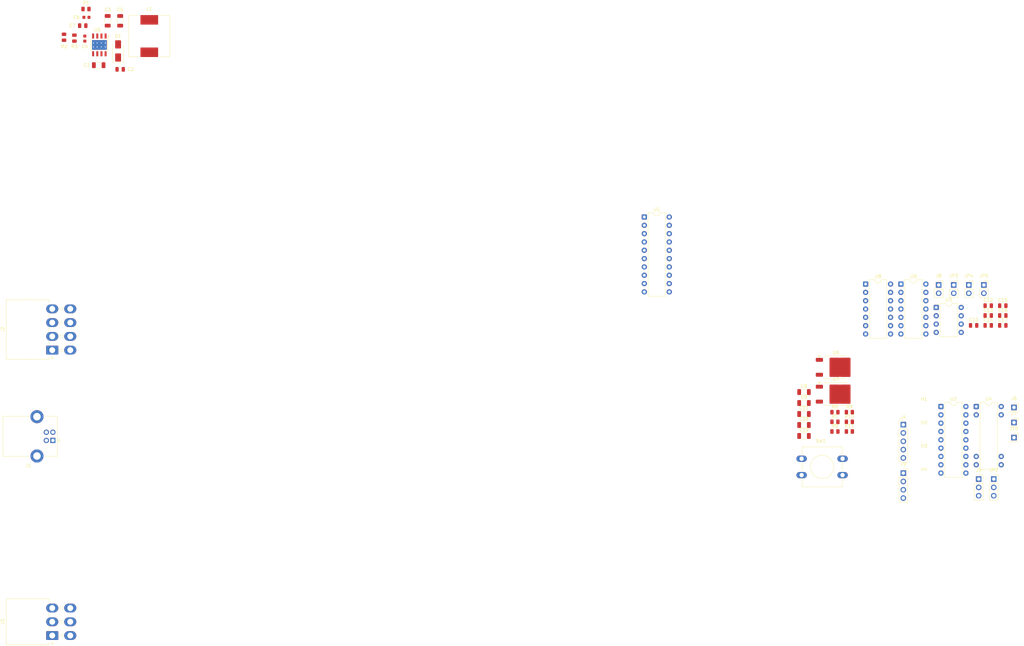
<source format=kicad_pcb>
(kicad_pcb (version 20241229) (generator "pcbnew") (generator_version "9.0")
  (title_block (title "CAN Gauge Interface") (date "2025-09-27") (rev "0.1") (company "Sam Anthony"))
  (layers (0 "F.Cu" signal) (4 "In1.Cu" signal) (6 "In2.Cu" signal) (2 "B.Cu" power) (13 "F.Paste" user) (15 "B.Paste" user) (5 "F.SilkS" user "F.Silkscreen") (7 "B.SilkS" user "B.Silkscreen") (1 "F.Mask" user) (3 "B.Mask" user) (25 "Edge.Cuts" user))
  (net 0 "")
  (net 1 "GND")
  (net 2 "+12V")
  (net 3 "Net-(U5-BOOT)")
  (net 4 "+7V")
  (net 5 "Net-(C7-Pad2)")
  (net 6 "+5V")
  (net 7 "Net-(U1-Vusb3v3)")
  (net 8 "/~{MCLR}")
  (net 9 "+5VA")
  (net 10 "/USB_D+")
  (net 11 "/USB_D-")
  (net 12 "VBUS")
  (net 15 "/CAN_L")
  (net 16 "/Speed")
  (net 17 "/Tach")
  (net 18 "/CAN_H")
  (net 19 "/AN4")
  (net 20 "/AN2")
  (net 21 "/AN3")
  (net 22 "/AN1")
  (net 23 "/ICSP_CLK")
  (net 24 "/ICSP_DAT")
  (net 25 "/SCK")
  (net 26 "/MOSI")
  (net 27 "/MISO")
  (net 28 "/CAN_~{CS}")
  (net 29 "/ROM_~{CS}")
  (net 30 "/DAC2_~{CS}")
  (net 31 "/DAC1_~{CS}")
  (net 32 "/INT{slash}ICSP_CLK")
  (net 33 "/INT")
  (net 34 "Net-(JP5-B)")
  (net 37 "/CLK")
  (net 40 "/CAN_RX")
  (net 41 "/CAN_TX")
  (net 54 "/PH")
  (net 55 "/sense")
  (footprint "Connector_PinSocket_2.54mm:PinSocket_1x01_P2.54mm_Vertical" (layer "F.Cu") (at 356.7 187.2)
    (property "Reference" "J7" (at 0 -2.77 0) (layer "F.SilkS"))
    (property "Value" "ROM ~{CS}")
    (pad "1" thru_hole rect (at 0 0) (size 1.7 1.7) (drill 1) (layers "*.Cu" "*.Mask") (net 29 "/ROM_~{CS}"))
  )
  (footprint "Capacitor_SMD:C_1206_3216Metric" (layer "F.Cu") (at 292.59 181.25)
    (property "Reference" "C9" (at 0 -1.85 0) (layer "F.SilkS"))
    (property "Value" "10u")
    (pad "1" smd roundrect (at -1.475 0) (size 1.15 1.8) (layers "F.Cu" "F.Mask" "F.Paste") (roundrect_rratio 0.217391) (net 6 "+5V"))
    (pad "2" smd roundrect (at 1.475 0) (size 1.15 1.8) (layers "F.Cu" "F.Mask" "F.Paste") (roundrect_rratio 0.217391) (net 1 "GND"))
  )
  (footprint "Capacitor_SMD:C_0805_2012Metric" (layer "F.Cu") (at 72.39 66.04 180)
    (property "Reference" "C7" (at 3.175 0 0) (layer "F.SilkS"))
    (property "Value" "47n" (hide yes))
    (pad "1" smd roundrect (at -0.95 0 180) (size 1 1.45) (layers "F.Cu" "F.Mask" "F.Paste") (net 55 "/sense"))
    (pad "2" smd roundrect (at 0.95 0 180) (size 1 1.45) (layers "F.Cu" "F.Mask" "F.Paste") (net 5 "Net-(C7-Pad2)"))
  )
  (footprint "Connector_PinSocket_2.54mm:PinSocket_1x04_P2.54mm_Vertical" (layer "F.Cu") (at 322.92 202.65)
    (property "Reference" "J9" (at 0 -2.77 0) (layer "F.SilkS"))
    (property "Value" "Conn_01x04_Socket")
    (pad "1" thru_hole rect (at 0 0) (size 1.7 1.7) (drill 1) (layers "*.Cu" "*.Mask") (net 2 "+12V"))
    (pad "2" thru_hole oval (at 0 2.54) (size 1.7 1.7) (drill 1) (layers "*.Cu" "*.Mask") (net 4 "+7V"))
    (pad "3" thru_hole oval (at 0 5.08) (size 1.7 1.7) (drill 1) (layers "*.Cu" "*.Mask") (net 6 "+5V"))
    (pad "4" thru_hole oval (at 0 7.62) (size 1.7 1.7) (drill 1) (layers "*.Cu" "*.Mask") (net 1 "GND"))
  )
  (footprint "MountingHole:MountingHole_3.2mm_M3_DIN965" (layer "F.Cu") (at 329.24 183.85)
    (property "Reference" "H1" (at 0 -3.8 0) (layer "F.SilkS"))
    (property "Value" "MountingHole")
    (pad "" np_thru_hole circle (at 0 0) (size 3.2 3.2) (drill 3.2) (layers "*.Cu" "*.Mask"))
  )
  (footprint "Capacitor_SMD:C_1206_3216Metric" (layer "F.Cu") (at 292.59 191.3)
    (property "Reference" "C19" (at 0 -1.85 0) (layer "F.SilkS"))
    (property "Value" "10u")
    (pad "1" smd roundrect (at -1.475 0) (size 1.15 1.8) (layers "F.Cu" "F.Mask" "F.Paste") (roundrect_rratio 0.217391) (net 9 "+5VA"))
    (pad "2" smd roundrect (at 1.475 0) (size 1.15 1.8) (layers "F.Cu" "F.Mask" "F.Paste") (roundrect_rratio 0.217391) (net 1 "GND"))
  )
  (footprint "Resistor_SMD:R_0805_2012Metric" (layer "F.Cu") (at 306.44 186.99)
    (property "Reference" "R10" (at 0 -1.65 0) (layer "F.SilkS"))
    (property "Value" "10k")
    (pad "1" smd roundrect (at -0.9125 0) (size 1.025 1.4) (layers "F.Cu" "F.Mask" "F.Paste") (roundrect_rratio 0.243902) (net 9 "+5VA"))
    (pad "2" smd roundrect (at 0.9125 0) (size 1.025 1.4) (layers "F.Cu" "F.Mask" "F.Paste") (roundrect_rratio 0.243902) (net 31 "/DAC1_~{CS}"))
  )
  (footprint "Capacitor_SMD:C_1206_3216Metric" (layer "F.Cu") (at 292.59 187.95)
    (property "Reference" "C18" (at 0 -1.85 0) (layer "F.SilkS"))
    (property "Value" "10u")
    (pad "1" smd roundrect (at -1.475 0) (size 1.15 1.8) (layers "F.Cu" "F.Mask" "F.Paste") (roundrect_rratio 0.217391) (net 4 "+7V"))
    (pad "2" smd roundrect (at 1.475 0) (size 1.15 1.8) (layers "F.Cu" "F.Mask" "F.Paste") (roundrect_rratio 0.217391) (net 1 "GND"))
  )
  (footprint "Package_TO_SOT_SMD:TO-252-2" (layer "F.Cu") (at 302.33 170.345)
    (property "Reference" "U6" (at 0 -4.5 0) (layer "F.SilkS"))
    (property "Value" "L78M05AB")
    (pad "1" smd roundrect (at -5.04 -2.28) (size 2.2 1.2) (layers "F.Cu" "F.Mask" "F.Paste") (roundrect_rratio 0.208333) (net 4 "+7V"))
    (pad "2" smd roundrect (at -0.415 -1.525) (size 3.05 2.75) (layers "F.Cu" "F.Paste") (roundrect_rratio 0.090909) (net 1 "GND"))
    (pad "2" smd roundrect (at -0.415 1.525) (size 3.05 2.75) (layers "F.Cu" "F.Paste") (roundrect_rratio 0.090909) (net 1 "GND"))
    (pad "2" smd roundrect (at 1.26 0) (size 6.4 5.8) (layers "F.Cu" "F.Mask") (roundrect_rratio 0.043103) (net 1 "GND"))
    (pad "2" smd roundrect (at 2.935 -1.525) (size 3.05 2.75) (layers "F.Cu" "F.Paste") (roundrect_rratio 0.090909) (net 1 "GND"))
    (pad "2" smd roundrect (at 2.935 1.525) (size 3.05 2.75) (layers "F.Cu" "F.Paste") (roundrect_rratio 0.090909) (net 1 "GND"))
    (pad "3" smd roundrect (at -5.04 2.28) (size 2.2 1.2) (layers "F.Cu" "F.Mask" "F.Paste") (roundrect_rratio 0.208333) (net 6 "+5V"))
  )
  (footprint "Capacitor_SMD:C_0805_2012Metric" (layer "F.Cu") (at 353.28 154.54)
    (property "Reference" "C16" (at 0 -1.68 0) (layer "F.SilkS"))
    (property "Value" "100n")
    (pad "1" smd roundrect (at -0.95 0) (size 1 1.45) (layers "F.Cu" "F.Mask" "F.Paste") (net 9 "+5VA"))
    (pad "2" smd roundrect (at 0.95 0) (size 1 1.45) (layers "F.Cu" "F.Mask" "F.Paste") (net 1 "GND"))
  )
  (footprint "MountingHole:MountingHole_3.2mm_M3_DIN965" (layer "F.Cu") (at 329.24 191)
    (property "Reference" "H2" (at 0 -3.8 0) (layer "F.SilkS"))
    (property "Value" "MountingHole")
    (pad "" np_thru_hole circle (at 0 0) (size 3.2 3.2) (drill 3.2) (layers "*.Cu" "*.Mask"))
  )
  (footprint "Capacitor_SMD:C_0603_1608Metric" (layer "F.Cu") (at 73.025 69.99 -90)
    (property "Reference" "C4" (at 2.4 0 180) (layer "F.SilkS"))
    (property "Value" "220p" (hide yes))
    (pad "1" smd roundrect (at -0.775 0 270) (size 0.9 0.95) (layers "F.Cu" "F.Mask" "F.Paste") (net 55 "/sense"))
    (pad "2" smd roundrect (at 0.775 0 270) (size 0.9 0.95) (layers "F.Cu" "F.Mask" "F.Paste") (net 1 "GND"))
  )
  (footprint "Connector_Molex:Molex_Mini-Fit_Jr_5569-06A2_2x03_P4.20mm_Horizontal" (layer "F.Cu") (at 63.08 252.24 90)
    (property "Reference" "J3" (at 4.2 -15.1 90) (layer "F.SilkS"))
    (property "Value" "Analog")
    (pad "" np_thru_hole circle (at 0 -7.3 90) (size 3 3) (drill 3) (layers "*.Cu" "*.Mask"))
    (pad "" np_thru_hole circle (at 8.4 -7.3 90) (size 3 3) (drill 3) (layers "*.Cu" "*.Mask"))
    (pad "1" thru_hole roundrect (at 0 0 90) (size 2.7 3.7) (drill 1.8) (layers "*.Cu" "*.Mask") (roundrect_rratio 0.092593) (net 22 "/AN1"))
    (pad "2" thru_hole oval (at 4.2 0 90) (size 2.7 3.7) (drill 1.8) (layers "*.Cu" "*.Mask") (net 1 "GND"))
    (pad "3" thru_hole oval (at 8.4 0 90) (size 2.7 3.7) (drill 1.8) (layers "*.Cu" "*.Mask") (net 19 "/AN4"))
    (pad "4" thru_hole oval (at 0 5.5 90) (size 2.7 3.7) (drill 1.8) (layers "*.Cu" "*.Mask") (net 20 "/AN2"))
    (pad "5" thru_hole oval (at 4.2 5.5 90) (size 2.7 3.7) (drill 1.8) (layers "*.Cu" "*.Mask") (net 1 "GND"))
    (pad "6" thru_hole oval (at 8.4 5.5 90) (size 2.7 3.7) (drill 1.8) (layers "*.Cu" "*.Mask") (net 21 "/AN3"))
  )
  (footprint "Resistor_SMD:R_0805_2012Metric" (layer "F.Cu") (at 73.3825 60.96)
    (property "Reference" "R1" (at 0 -1.905 0) (layer "F.SilkS"))
    (property "Value" "10k" (hide yes))
    (pad "1" smd roundrect (at -0.9125 0) (size 1.025 1.4) (layers "F.Cu" "F.Mask" "F.Paste") (roundrect_rratio 0.243902) (net 55 "/sense"))
    (pad "2" smd roundrect (at 0.9125 0) (size 1.025 1.4) (layers "F.Cu" "F.Mask" "F.Paste") (roundrect_rratio 0.243902) (net 4 "+7V"))
  )
  (footprint "Connector_USB:USB_B_Lumberg_2411_02_Horizontal" (layer "F.Cu") (at 63.28 192.67 180)
    (property "Reference" "J1" (at 7.5 -7.65 0) (layer "F.SilkS"))
    (property "Value" "USB_B")
    (pad "1" thru_hole rect (at 0 0 270) (size 1.6 1.6) (drill 0.95) (layers "*.Cu" "*.Mask") (net 12 "VBUS"))
    (pad "2" thru_hole circle (at 0 2.5 270) (size 1.6 1.6) (drill 0.95) (layers "*.Cu" "*.Mask") (net 11 "/USB_D-"))
    (pad "3" thru_hole circle (at 2 2.5 270) (size 1.6 1.6) (drill 0.95) (layers "*.Cu" "*.Mask") (net 10 "/USB_D+"))
    (pad "4" thru_hole circle (at 2 0 270) (size 1.6 1.6) (drill 0.95) (layers "*.Cu" "*.Mask") (net 1 "GND"))
    (pad "5" thru_hole circle (at 4.86 -4.75 270) (size 4 4) (drill 2.3) (layers "*.Cu" "*.Mask"))
    (pad "5" thru_hole circle (at 4.86 7.25 270) (size 4 4) (drill 2.3) (layers "*.Cu" "*.Mask"))
  )
  (footprint "Connector_PinSocket_2.54mm:PinSocket_1x02_P2.54mm_Vertical" (layer "F.Cu") (at 347.5 145.2)
    (property "Reference" "JP5" (at 0 -2.77 0) (layer "F.SilkS"))
    (property "Value" "Term")
    (pad "1" thru_hole rect (at 0 0) (size 1.7 1.7) (drill 1) (layers "*.Cu" "*.Mask") (net 15 "/CAN_L"))
    (pad "2" thru_hole oval (at 0 2.54) (size 1.7 1.7) (drill 1) (layers "*.Cu" "*.Mask") (net 34 "Net-(JP5-B)"))
  )
  (footprint "Capacitor_SMD:C_0603_1608Metric" (layer "F.Cu") (at 73.52 63.5)
    (property "Reference" "C6" (at -3.035 0 0) (layer "F.SilkS"))
    (property "Value" "3300p" (hide yes))
    (pad "1" smd roundrect (at -0.775 0) (size 0.9 0.95) (layers "F.Cu" "F.Mask" "F.Paste") (net 55 "/sense"))
    (pad "2" smd roundrect (at 0.775 0) (size 0.9 0.95) (layers "F.Cu" "F.Mask" "F.Paste") (net 4 "+7V"))
  )
  (footprint "Inductor_SMD:L_12x12mm_H8mm" (layer "F.Cu") (at 92.71 69.215 90)
    (property "Reference" "L1" (at 8.255 0 180) (layer "F.SilkS"))
    (property "Value" "150u" (hide yes))
    (pad "1" smd rect (at -4.95 0 90) (size 2.9 5.4) (layers "F.Cu" "F.Mask" "F.Paste") (net 54 "/PH"))
    (pad "2" smd rect (at 4.95 0 90) (size 2.9 5.4) (layers "F.Cu" "F.Mask" "F.Paste") (net 4 "+7V"))
  )
  (footprint "MountingHole:MountingHole_3.2mm_M3_DIN965" (layer "F.Cu") (at 329.24 205.3)
    (property "Reference" "H4" (at 0 -3.8 0) (layer "F.SilkS"))
    (property "Value" "MountingHole")
    (pad "" np_thru_hole circle (at 0 0) (size 3.2 3.2) (drill 3.2) (layers "*.Cu" "*.Mask"))
  )
  (footprint "Resistor_SMD:R_0805_2012Metric" (layer "F.Cu") (at 66.675 69.5725 -90)
    (property "Reference" "R2" (at 2.8175 0 180) (layer "F.SilkS"))
    (property "Value" "3k24" (hide yes))
    (pad "1" smd roundrect (at -0.9125 0 270) (size 1.025 1.4) (layers "F.Cu" "F.Mask" "F.Paste") (roundrect_rratio 0.243902) (net 55 "/sense"))
    (pad "2" smd roundrect (at 0.9125 0 270) (size 1.025 1.4) (layers "F.Cu" "F.Mask" "F.Paste") (roundrect_rratio 0.243902) (net 1 "GND"))
  )
  (footprint "Resistor_SMD:R_0805_2012Metric" (layer "F.Cu") (at 302.03 184.04)
    (property "Reference" "R6" (at 0 -1.65 0) (layer "F.SilkS"))
    (property "Value" "10k")
    (pad "1" smd roundrect (at -0.9125 0) (size 1.025 1.4) (layers "F.Cu" "F.Mask" "F.Paste") (roundrect_rratio 0.243902) (net 6 "+5V"))
    (pad "2" smd roundrect (at 0.9125 0) (size 1.025 1.4) (layers "F.Cu" "F.Mask" "F.Paste") (roundrect_rratio 0.243902) (net 8 "/~{MCLR}"))
  )
  (footprint "Connector_PinSocket_2.54mm:PinSocket_1x02_P2.54mm_Vertical" (layer "F.Cu") (at 333.7 145.2)
    (property "Reference" "J8" (at 0 -2.77 0) (layer "F.SilkS"))
    (property "Value" "DAC ~{CS}")
    (pad "1" thru_hole rect (at 0 0) (size 1.7 1.7) (drill 1) (layers "*.Cu" "*.Mask") (net 31 "/DAC1_~{CS}"))
    (pad "2" thru_hole oval (at 0 2.54) (size 1.7 1.7) (drill 1) (layers "*.Cu" "*.Mask") (net 30 "/DAC2_~{CS}"))
  )
  (footprint "Button_Switch_THT:SW_PUSH-12mm" (layer "F.Cu") (at 291.865 198.25)
    (property "Reference" "SW1" (at 5.83 -5.41 0) (layer "F.SilkS"))
    (property "Value" "Reset")
    (pad "1" thru_hole oval (at 0 0) (size 3.2 1.9) (drill 1.3) (layers "*.Cu" "*.Mask") (net 1 "GND"))
    (pad "1" thru_hole oval (at 12.5 0) (size 3.2 1.9) (drill 1.3) (layers "*.Cu" "*.Mask") (net 1 "GND"))
    (pad "2" thru_hole oval (at 0 5) (size 3.2 1.9) (drill 1.3) (layers "*.Cu" "*.Mask") (net 8 "/~{MCLR}"))
    (pad "2" thru_hole oval (at 12.5 5) (size 3.2 1.9) (drill 1.3) (layers "*.Cu" "*.Mask") (net 8 "/~{MCLR}"))
  )
  (footprint "Capacitor_SMD:C_1206_3216Metric" (layer "F.Cu") (at 80.01 64.565 -90)
    (property "Reference" "C3" (at -3.38 0 0) (layer "F.SilkS"))
    (property "Value" "22u" (hide yes))
    (pad "1" smd roundrect (at -1.475 0 270) (size 1.15 1.8) (layers "F.Cu" "F.Mask" "F.Paste") (roundrect_rratio 0.217391) (net 4 "+7V"))
    (pad "2" smd roundrect (at 1.475 0 270) (size 1.15 1.8) (layers "F.Cu" "F.Mask" "F.Paste") (roundrect_rratio 0.217391) (net 1 "GND"))
  )
  (footprint "Connector_PinSocket_2.54mm:PinSocket_1x01_P2.54mm_Vertical" (layer "F.Cu") (at 356.7 182.6)
    (property "Reference" "J6" (at 0 -2.77 0) (layer "F.SilkS"))
    (property "Value" "CAN ~{CS}")
    (pad "1" thru_hole rect (at 0 0) (size 1.7 1.7) (drill 1) (layers "*.Cu" "*.Mask") (net 28 "/CAN_~{CS}"))
  )
  (footprint "Resistor_SMD:R_0805_2012Metric" (layer "F.Cu") (at 306.44 184.04)
    (property "Reference" "R9" (at 0 -1.65 0) (layer "F.SilkS"))
    (property "Value" "10k")
    (pad "1" smd roundrect (at -0.9125 0) (size 1.025 1.4) (layers "F.Cu" "F.Mask" "F.Paste") (roundrect_rratio 0.243902) (net 6 "+5V"))
    (pad "2" smd roundrect (at 0.9125 0) (size 1.025 1.4) (layers "F.Cu" "F.Mask" "F.Paste") (roundrect_rratio 0.243902) (net 29 "/ROM_~{CS}"))
  )
  (footprint "Connector_PinSocket_2.54mm:PinSocket_1x03_P2.54mm_Vertical" (layer "F.Cu") (at 350.52 204.47)
    (property "Reference" "JP2" (at 0 -2.77 0) (layer "F.SilkS"))
    (property "Value" "Prog")
    (pad "1" thru_hole rect (at 0 0) (size 1.7 1.7) (drill 1) (layers "*.Cu" "*.Mask") (net 33 "/INT"))
    (pad "2" thru_hole oval (at 0 2.54) (size 1.7 1.7) (drill 1) (layers "*.Cu" "*.Mask") (net 32 "/INT{slash}ICSP_CLK"))
    (pad "3" thru_hole oval (at 0 5.08) (size 1.7 1.7) (drill 1) (layers "*.Cu" "*.Mask") (net 23 "/ICSP_CLK"))
  )
  (footprint "Package_DIP:DIP-14_W7.62mm" (layer "F.Cu") (at 311.4 144.93)
    (property "Reference" "U8" (at 3.81 -2.33 0) (layer "F.SilkS"))
    (property "Value" "MCP4912")
    (pad "1" thru_hole roundrect (at 0 0) (size 1.6 1.6) (drill 0.8) (layers "*.Cu" "*.Mask") (roundrect_rratio 0.15625) (net 9 "+5VA"))
    (pad "2" thru_hole circle (at 0 2.54) (size 1.6 1.6) (drill 0.8) (layers "*.Cu" "*.Mask"))
    (pad "3" thru_hole circle (at 0 5.08) (size 1.6 1.6) (drill 0.8) (layers "*.Cu" "*.Mask") (net 31 "/DAC1_~{CS}"))
    (pad "4" thru_hole circle (at 0 7.62) (size 1.6 1.6) (drill 0.8) (layers "*.Cu" "*.Mask") (net 25 "/SCK"))
    (pad "5" thru_hole circle (at 0 10.16) (size 1.6 1.6) (drill 0.8) (layers "*.Cu" "*.Mask") (net 26 "/MOSI"))
    (pad "6" thru_hole circle (at 0 12.7) (size 1.6 1.6) (drill 0.8) (layers "*.Cu" "*.Mask"))
    (pad "7" thru_hole circle (at 0 15.24) (size 1.6 1.6) (drill 0.8) (layers "*.Cu" "*.Mask"))
    (pad "8" thru_hole circle (at 7.62 15.24) (size 1.6 1.6) (drill 0.8) (layers "*.Cu" "*.Mask") (net 1 "GND"))
    (pad "9" thru_hole circle (at 7.62 12.7) (size 1.6 1.6) (drill 0.8) (layers "*.Cu" "*.Mask") (net 9 "+5VA"))
    (pad "10" thru_hole circle (at 7.62 10.16) (size 1.6 1.6) (drill 0.8) (layers "*.Cu" "*.Mask") (net 20 "/AN2"))
    (pad "11" thru_hole circle (at 7.62 7.62) (size 1.6 1.6) (drill 0.8) (layers "*.Cu" "*.Mask") (net 9 "+5VA"))
    (pad "12" thru_hole circle (at 7.62 5.08) (size 1.6 1.6) (drill 0.8) (layers "*.Cu" "*.Mask") (net 1 "GND"))
    (pad "13" thru_hole circle (at 7.62 2.54) (size 1.6 1.6) (drill 0.8) (layers "*.Cu" "*.Mask") (net 9 "+5VA"))
    (pad "14" thru_hole circle (at 7.62 0) (size 1.6 1.6) (drill 0.8) (layers "*.Cu" "*.Mask") (net 22 "/AN1"))
  )
  (footprint "Diode_SMD:D_SMA" (layer "F.Cu") (at 83.185 73.755 90)
    (property "Reference" "D1" (at 4.54 0 180) (layer "F.SilkS"))
    (property "Value" "SS34" (hide yes))
    (pad "1" smd roundrect (at -2 0 90) (size 2.5 1.8) (layers "F.Cu" "F.Mask" "F.Paste") (roundrect_rratio 0.1388888889) (net 54 "/PH"))
    (pad "2" smd roundrect (at 2 0 90) (size 2.5 1.8) (layers "F.Cu" "F.Mask" "F.Paste") (roundrect_rratio 0.1388888889) (net 1 "GND"))
  )
  (footprint "Connector_Molex:Molex_Mini-Fit_Jr_5569-08A2_2x04_P4.20mm_Horizontal" (layer "F.Cu") (at 63.08 165.1 90)
    (property "Reference" "J2" (at 6.3 -15.1 90) (layer "F.SilkS"))
    (property "Value" "Conn_02x04_Top_Bottom")
    (pad "" np_thru_hole circle (at 0 -7.3 90) (size 3 3) (drill 3) (layers "*.Cu" "*.Mask"))
    (pad "" np_thru_hole circle (at 12.6 -7.3 90) (size 3 3) (drill 3) (layers "*.Cu" "*.Mask"))
    (pad "1" thru_hole roundrect (at 0 0 90) (size 2.7 3.7) (drill 1.8) (layers "*.Cu" "*.Mask") (roundrect_rratio 0.092593) (net 17 "/Tach"))
    (pad "2" thru_hole oval (at 4.2 0 90) (size 2.7 3.7) (drill 1.8) (layers "*.Cu" "*.Mask") (net 1 "GND"))
    (pad "3" thru_hole oval (at 8.4 0 90) (size 2.7 3.7) (drill 1.8) (layers "*.Cu" "*.Mask") (net 1 "GND"))
    (pad "4" thru_hole oval (at 12.6 0 90) (size 2.7 3.7) (drill 1.8) (layers "*.Cu" "*.Mask") (net 2 "+12V"))
    (pad "5" thru_hole oval (at 0 5.5 90) (size 2.7 3.7) (drill 1.8) (layers "*.Cu" "*.Mask") (net 16 "/Speed"))
    (pad "6" thru_hole oval (at 4.2 5.5 90) (size 2.7 3.7) (drill 1.8) (layers "*.Cu" "*.Mask") (net 18 "/CAN_H"))
    (pad "7" thru_hole oval (at 8.4 5.5 90) (size 2.7 3.7) (drill 1.8) (layers "*.Cu" "*.Mask") (net 15 "/CAN_L"))
    (pad "8" thru_hole oval (at 12.6 5.5 90) (size 2.7 3.7) (drill 1.8) (layers "*.Cu" "*.Mask") (net 1 "GND"))
  )
  (footprint "Resistor_SMD:R_0805_2012Metric" (layer "F.Cu") (at 69.85 69.85 -90)
    (property "Reference" "R3" (at 2.54 0 0) (layer "F.SilkS"))
    (property "Value" "2k7" (hide yes))
    (pad "1" smd roundrect (at -0.9125 0 270) (size 1.025 1.4) (layers "F.Cu" "F.Mask" "F.Paste") (roundrect_rratio 0.243902) (net 5 "Net-(C7-Pad2)"))
    (pad "2" smd roundrect (at 0.9125 0 270) (size 1.025 1.4) (layers "F.Cu" "F.Mask" "F.Paste") (roundrect_rratio 0.243902) (net 1 "GND"))
  )
  (footprint "Package_DIP:DIP-8_W7.62mm" (layer "F.Cu") (at 332.96 152.07)
    (property "Reference" "U3" (at 3.81 -2.33 0) (layer "F.SilkS"))
    (property "Value" "MCP2561-E-P")
    (pad "1" thru_hole roundrect (at 0 0) (size 1.6 1.6) (drill 0.8) (layers "*.Cu" "*.Mask") (roundrect_rratio 0.15625) (net 41 "/CAN_TX"))
    (pad "2" thru_hole circle (at 0 2.54) (size 1.6 1.6) (drill 0.8) (layers "*.Cu" "*.Mask") (net 1 "GND"))
    (pad "3" thru_hole circle (at 0 5.08) (size 1.6 1.6) (drill 0.8) (layers "*.Cu" "*.Mask") (net 6 "+5V"))
    (pad "4" thru_hole circle (at 0 7.62) (size 1.6 1.6) (drill 0.8) (layers "*.Cu" "*.Mask") (net 40 "/CAN_RX"))
    (pad "5" thru_hole circle (at 7.62 7.62) (size 1.6 1.6) (drill 0.8) (layers "*.Cu" "*.Mask"))
    (pad "6" thru_hole circle (at 7.62 5.08) (size 1.6 1.6) (drill 0.8) (layers "*.Cu" "*.Mask") (net 15 "/CAN_L"))
    (pad "7" thru_hole circle (at 7.62 2.54) (size 1.6 1.6) (drill 0.8) (layers "*.Cu" "*.Mask") (net 18 "/CAN_H"))
    (pad "8" thru_hole circle (at 7.62 0) (size 1.6 1.6) (drill 0.8) (layers "*.Cu" "*.Mask") (net 1 "GND"))
  )
  (footprint "Resistor_SMD:R_0805_2012Metric" (layer "F.Cu") (at 302.03 186.99)
    (property "Reference" "R7" (at 0 -1.65 0) (layer "F.SilkS"))
    (property "Value" "10k")
    (pad "1" smd roundrect (at -0.9125 0) (size 1.025 1.4) (layers "F.Cu" "F.Mask" "F.Paste") (roundrect_rratio 0.243902) (net 6 "+5V"))
    (pad "2" smd roundrect (at 0.9125 0) (size 1.025 1.4) (layers "F.Cu" "F.Mask" "F.Paste") (roundrect_rratio 0.243902) (net 28 "/CAN_~{CS}"))
  )
  (footprint "Capacitor_SMD:C_1206_3216Metric" (layer "F.Cu") (at 83.82 64.565 -90)
    (property "Reference" "C5" (at -3.38 0 0) (layer "F.SilkS"))
    (property "Value" "22u" (hide yes))
    (pad "1" smd roundrect (at -1.475 0 270) (size 1.15 1.8) (layers "F.Cu" "F.Mask" "F.Paste") (roundrect_rratio 0.217391) (net 4 "+7V"))
    (pad "2" smd roundrect (at 1.475 0 270) (size 1.15 1.8) (layers "F.Cu" "F.Mask" "F.Paste") (roundrect_rratio 0.217391) (net 1 "GND"))
  )
  (footprint "Connector_PinHeader_2.54mm:PinHeader_1x05_P2.54mm_Vertical" (layer "F.Cu") (at 322.92 187.85)
    (property "Reference" "J4" (at 0 -2.33 0) (layer "F.SilkS"))
    (property "Value" "ICSP")
    (pad "1" thru_hole rect (at 0 0) (size 1.7 1.7) (drill 1) (layers "*.Cu" "*.Mask") (net 8 "/~{MCLR}"))
    (pad "2" thru_hole oval (at 0 2.54) (size 1.7 1.7) (drill 1) (layers "*.Cu" "*.Mask") (net 6 "+5V"))
    (pad "3" thru_hole oval (at 0 5.08) (size 1.7 1.7) (drill 1) (layers "*.Cu" "*.Mask") (net 1 "GND"))
    (pad "4" thru_hole oval (at 0 7.62) (size 1.7 1.7) (drill 1) (layers "*.Cu" "*.Mask") (net 24 "/ICSP_DAT"))
    (pad "5" thru_hole oval (at 0 10.16) (size 1.7 1.7) (drill 1) (layers "*.Cu" "*.Mask") (net 23 "/ICSP_CLK"))
  )
  (footprint "Capacitor_SMD:C_0805_2012Metric" (layer "F.Cu") (at 348.83 157.55)
    (property "Reference" "C14" (at 0 -1.68 0) (layer "F.SilkS"))
    (property "Value" "100n")
    (pad "1" smd roundrect (at -0.95 0) (size 1 1.45) (layers "F.Cu" "F.Mask" "F.Paste") (net 1 "GND"))
    (pad "2" smd roundrect (at 0.95 0) (size 1 1.45) (layers "F.Cu" "F.Mask" "F.Paste") (net 6 "+5V"))
  )
  (footprint "Connector_PinSocket_2.54mm:PinSocket_1x03_P2.54mm_Vertical" (layer "F.Cu") (at 345.92 204.47)
    (property "Reference" "J5" (at 0 -2.77 0) (layer "F.SilkS"))
    (property "Value" "SPI Debug")
    (pad "1" thru_hole rect (at 0 0) (size 1.7 1.7) (drill 1) (layers "*.Cu" "*.Mask") (net 26 "/MOSI"))
    (pad "2" thru_hole oval (at 0 2.54) (size 1.7 1.7) (drill 1) (layers "*.Cu" "*.Mask") (net 25 "/SCK"))
    (pad "3" thru_hole oval (at 0 5.08) (size 1.7 1.7) (drill 1) (layers "*.Cu" "*.Mask") (net 27 "/MISO"))
  )
  (footprint "Connector_PinSocket_2.54mm:PinSocket_1x02_P2.54mm_Vertical" (layer "F.Cu") (at 342.9 145.2)
    (property "Reference" "JP4" (at 0 -2.77 0) (layer "F.SilkS"))
    (property "Value" "USB_PWR")
    (pad "1" thru_hole rect (at 0 0) (size 1.7 1.7) (drill 1) (layers "*.Cu" "*.Mask") (net 12 "VBUS"))
    (pad "2" thru_hole oval (at 0 2.54) (size 1.7 1.7) (drill 1) (layers "*.Cu" "*.Mask") (net 9 "+5VA"))
  )
  (footprint "Capacitor_SMD:C_1206_3216Metric" (layer "F.Cu") (at 292.59 177.9)
    (property "Reference" "C8" (at 0 -1.85 0) (layer "F.SilkS"))
    (property "Value" "10u")
    (pad "1" smd roundrect (at -1.475 0) (size 1.15 1.8) (layers "F.Cu" "F.Mask" "F.Paste") (roundrect_rratio 0.217391) (net 4 "+7V"))
    (pad "2" smd roundrect (at 1.475 0) (size 1.15 1.8) (layers "F.Cu" "F.Mask" "F.Paste") (roundrect_rratio 0.217391) (net 1 "GND"))
  )
  (footprint "Connector_PinSocket_2.54mm:PinSocket_1x01_P2.54mm_Vertical" (layer "F.Cu") (at 356.7 191.8)
    (property "Reference" "J10" (at 0 -2.77 0) (layer "F.SilkS"))
    (property "Value" "+5VA")
    (pad "1" thru_hole rect (at 0 0) (size 1.7 1.7) (drill 1) (layers "*.Cu" "*.Mask") (net 9 "+5VA"))
  )
  (footprint "Package_DIP:DIP-20_W7.62mm" (layer "F.Cu") (at 243.84 124.46)
    (property "Reference" "U1" (at 3.81 -2.33 0) (layer "F.SilkS"))
    (property "Value" "PIC16F1459-IP")
    (pad "1" thru_hole roundrect (at 0 0) (size 1.6 1.6) (drill 0.8) (layers "*.Cu" "*.Mask") (roundrect_rratio 0.15625) (net 6 "+5V"))
    (pad "2" thru_hole circle (at 0 2.54) (size 1.6 1.6) (drill 0.8) (layers "*.Cu" "*.Mask") (net 30 "/DAC2_~{CS}"))
    (pad "3" thru_hole circle (at 0 5.08) (size 1.6 1.6) (drill 0.8) (layers "*.Cu" "*.Mask") (net 37 "/CLK"))
    (pad "4" thru_hole circle (at 0 7.62) (size 1.6 1.6) (drill 0.8) (layers "*.Cu" "*.Mask") (net 8 "/~{MCLR}"))
    (pad "5" thru_hole circle (at 0 10.16) (size 1.6 1.6) (drill 0.8) (layers "*.Cu" "*.Mask"))
    (pad "6" thru_hole circle (at 0 12.7) (size 1.6 1.6) (drill 0.8) (layers "*.Cu" "*.Mask") (net 16 "/Speed"))
    (pad "7" thru_hole circle (at 0 15.24) (size 1.6 1.6) (drill 0.8) (layers "*.Cu" "*.Mask") (net 17 "/Tach"))
    (pad "8" thru_hole circle (at 0 17.78) (size 1.6 1.6) (drill 0.8) (layers "*.Cu" "*.Mask") (net 28 "/CAN_~{CS}"))
    (pad "9" thru_hole circle (at 0 20.32) (size 1.6 1.6) (drill 0.8) (layers "*.Cu" "*.Mask") (net 26 "/MOSI"))
    (pad "10" thru_hole circle (at 0 22.86) (size 1.6 1.6) (drill 0.8) (layers "*.Cu" "*.Mask") (net 31 "/DAC1_~{CS}"))
    (pad "11" thru_hole circle (at 7.62 22.86) (size 1.6 1.6) (drill 0.8) (layers "*.Cu" "*.Mask") (net 25 "/SCK"))
    (pad "12" thru_hole circle (at 7.62 20.32) (size 1.6 1.6) (drill 0.8) (layers "*.Cu" "*.Mask") (net 29 "/ROM_~{CS}"))
    (pad "13" thru_hole circle (at 7.62 17.78) (size 1.6 1.6) (drill 0.8) (layers "*.Cu" "*.Mask") (net 27 "/MISO"))
    (pad "14" thru_hole circle (at 7.62 15.24) (size 1.6 1.6) (drill 0.8) (layers "*.Cu" "*.Mask"))
    (pad "15" thru_hole circle (at 7.62 12.7) (size 1.6 1.6) (drill 0.8) (layers "*.Cu" "*.Mask") (net 32 "/INT{slash}ICSP_CLK"))
    (pad "16" thru_hole circle (at 7.62 10.16) (size 1.6 1.6) (drill 0.8) (layers "*.Cu" "*.Mask") (net 24 "/ICSP_DAT"))
    (pad "17" thru_hole circle (at 7.62 7.62) (size 1.6 1.6) (drill 0.8) (layers "*.Cu" "*.Mask") (net 7 "Net-(U1-Vusb3v3)"))
    (pad "18" thru_hole circle (at 7.62 5.08) (size 1.6 1.6) (drill 0.8) (layers "*.Cu" "*.Mask") (net 11 "/USB_D-"))
    (pad "19" thru_hole circle (at 7.62 2.54) (size 1.6 1.6) (drill 0.8) (layers "*.Cu" "*.Mask") (net 10 "/USB_D+"))
    (pad "20" thru_hole circle (at 7.62 0) (size 1.6 1.6) (drill 0.8) (layers "*.Cu" "*.Mask") (net 1 "GND"))
  )
  (footprint "Capacitor_SMD:C_0805_2012Metric" (layer "F.Cu") (at 83.82 79.375)
    (property "Reference" "C2" (at 3.175 0 180) (layer "F.SilkS"))
    (property "Value" "10n" (hide yes))
    (pad "1" smd roundrect (at -0.95 0) (size 1 1.45) (layers "F.Cu" "F.Mask" "F.Paste") (net 3 "Net-(U5-BOOT)"))
    (pad "2" smd roundrect (at 0.95 0) (size 1 1.45) (layers "F.Cu" "F.Mask" "F.Paste") (net 54 "/PH"))
  )
  (footprint "Package_SO:TI_SO-PowerPAD-8_ThermalVias" (layer "F.Cu") (at 77.47 71.915 -90)
    (property "Reference" "U5" (at -4.605 0.635 180) (layer "F.SilkS"))
    (property "Value" "TPS5430DDA" (hide yes))
    (pad "1" smd rect (at -2.7 -1.905 270) (size 1.55 0.6) (layers "F.Cu" "F.Mask" "F.Paste") (net 3 "Net-(U5-BOOT)"))
    (pad "2" smd rect (at -2.7 -0.635 270) (size 1.55 0.6) (layers "F.Cu" "F.Mask" "F.Paste"))
    (pad "3" smd rect (at -2.7 0.635 270) (size 1.55 0.6) (layers "F.Cu" "F.Mask" "F.Paste"))
    (pad "4" smd rect (at -2.7 1.905 270) (size 1.55 0.6) (layers "F.Cu" "F.Mask" "F.Paste") (net 55 "/sense"))
    (pad "5" smd rect (at 2.7 1.905 270) (size 1.55 0.6) (layers "F.Cu" "F.Mask" "F.Paste"))
    (pad "6" smd rect (at 2.7 0.635 270) (size 1.55 0.6) (layers "F.Cu" "F.Mask" "F.Paste") (net 1 "GND"))
    (pad "7" smd rect (at 2.7 -0.635 270) (size 1.55 0.6) (layers "F.Cu" "F.Mask" "F.Paste") (net 2 "+12V"))
    (pad "8" smd rect (at 2.7 -1.905 270) (size 1.55 0.6) (layers "F.Cu" "F.Mask" "F.Paste") (net 54 "/PH"))
    (pad "9" thru_hole circle (at -0.6 -1.8 270) (size 0.6 0.6) (drill 0.3) (layers "*.Cu") (net 1 "GND"))
    (pad "9" thru_hole circle (at -0.6 -0.6 270) (size 0.6 0.6) (drill 0.3) (layers "*.Cu") (net 1 "GND"))
    (pad "9" thru_hole circle (at -0.6 0.7 270) (size 0.6 0.6) (drill 0.3) (layers "*.Cu") (net 1 "GND"))
    (pad "9" thru_hole circle (at -0.6 1.8 270) (size 0.6 0.6) (drill 0.3) (layers "*.Cu") (net 1 "GND"))
    (pad "9" smd rect (at 0 0 270) (size 2.6 3.1) (layers "F.Cu" "F.Mask" "F.Paste") (net 1 "GND"))
    (pad "9" smd rect (at 0 0 270) (size 2.95 4.5) (layers "F.Cu") (net 1 "GND"))
    (pad "9" smd rect (at 0 0 270) (size 2.95 4.5) (layers "B.Cu") (net 1 "GND"))
    (pad "9" thru_hole circle (at 0.6 -1.8 270) (size 0.6 0.6) (drill 0.3) (layers "*.Cu") (net 1 "GND"))
    (pad "9" thru_hole circle (at 0.6 -0.6 270) (size 0.6 0.6) (drill 0.3) (layers "*.Cu") (net 1 "GND"))
    (pad "9" thru_hole circle (at 0.6 0.7 270) (size 0.6 0.6) (drill 0.3) (layers "*.Cu") (net 1 "GND"))
    (pad "9" thru_hole circle (at 0.6 1.8 270) (size 0.6 0.6) (drill 0.3) (layers "*.Cu") (net 1 "GND"))
  )
  (footprint "Capacitor_SMD:C_0805_2012Metric" (layer "F.Cu") (at 348.83 151.53)
    (property "Reference" "C12" (at 0 -1.68 0) (layer "F.SilkS"))
    (property "Value" "100n")
    (pad "1" smd roundrect (at -0.95 0) (size 1 1.45) (layers "F.Cu" "F.Mask" "F.Paste") (net 8 "/~{MCLR}"))
    (pad "2" smd roundrect (at 0.95 0) (size 1 1.45) (layers "F.Cu" "F.Mask" "F.Paste") (net 1 "GND"))
  )
  (footprint "Capacitor_SMD:C_0805_2012Metric" (layer "F.Cu") (at 353.28 157.55)
    (property "Reference" "C17" (at 0 -1.68 0) (layer "F.SilkS"))
    (property "Value" "100n")
    (pad "1" smd roundrect (at -0.95 0) (size 1 1.45) (layers "F.Cu" "F.Mask" "F.Paste") (net 9 "+5VA"))
    (pad "2" smd roundrect (at 0.95 0) (size 1 1.45) (layers "F.Cu" "F.Mask" "F.Paste") (net 1 "GND"))
  )
  (footprint "Resistor_SMD:R_0805_2012Metric" (layer "F.Cu") (at 302.03 189.94)
    (property "Reference" "R8" (at 0 -1.65 0) (layer "F.SilkS"))
    (property "Value" "120")
    (pad "1" smd roundrect (at -0.9125 0) (size 1.025 1.4) (layers "F.Cu" "F.Mask" "F.Paste") (roundrect_rratio 0.243902) (net 34 "Net-(JP5-B)"))
    (pad "2" smd roundrect (at 0.9125 0) (size 1.025 1.4) (layers "F.Cu" "F.Mask" "F.Paste") (roundrect_rratio 0.243902) (net 18 "/CAN_H"))
  )
  (footprint "Capacitor_SMD:C_0805_2012Metric" (layer "F.Cu") (at 344.38 157.55)
    (property "Reference" "C10" (at 0 -1.68 0) (layer "F.SilkS"))
    (property "Value" "100n")
    (pad "1" smd roundrect (at -0.95 0) (size 1 1.45) (layers "F.Cu" "F.Mask" "F.Paste") (net 6 "+5V"))
    (pad "2" smd roundrect (at 0.95 0) (size 1 1.45) (layers "F.Cu" "F.Mask" "F.Paste") (net 1 "GND"))
  )
  (footprint "MountingHole:MountingHole_3.2mm_M3_DIN965" (layer "F.Cu") (at 329.24 198.15)
    (property "Reference" "H3" (at 0 -3.8 0) (layer "F.SilkS"))
    (property "Value" "MountingHole")
    (pad "" np_thru_hole circle (at 0 0) (size 3.2 3.2) (drill 3.2) (layers "*.Cu" "*.Mask"))
  )
  (footprint "Capacitor_SMD:C_0805_2012Metric" (layer "F.Cu") (at 348.83 154.54)
    (property "Reference" "C13" (at 0 -1.68 0) (layer "F.SilkS"))
    (property "Value" "100n")
    (pad "1" smd roundrect (at -0.95 0) (size 1 1.45) (layers "F.Cu" "F.Mask" "F.Paste") (net 1 "GND"))
    (pad "2" smd roundrect (at 0.95 0) (size 1 1.45) (layers "F.Cu" "F.Mask" "F.Paste") (net 6 "+5V"))
  )
  (footprint "Resistor_SMD:R_0805_2012Metric" (layer "F.Cu") (at 306.44 189.94)
    (property "Reference" "R11" (at 0 -1.65 0) (layer "F.SilkS"))
    (property "Value" "10k")
    (pad "1" smd roundrect (at -0.9125 0) (size 1.025 1.4) (layers "F.Cu" "F.Mask" "F.Paste") (roundrect_rratio 0.243902) (net 9 "+5VA"))
    (pad "2" smd roundrect (at 0.9125 0) (size 1.025 1.4) (layers "F.Cu" "F.Mask" "F.Paste") (roundrect_rratio 0.243902) (net 30 "/DAC2_~{CS}"))
  )
  (footprint "Connector_PinSocket_2.54mm:PinSocket_1x02_P2.54mm_Vertical" (layer "F.Cu") (at 338.3 145.2)
    (property "Reference" "JP3" (at 0 -2.77 0) (layer "F.SilkS"))
    (property "Value" "USB_PWR")
    (pad "1" thru_hole rect (at 0 0) (size 1.7 1.7) (drill 1) (layers "*.Cu" "*.Mask") (net 12 "VBUS"))
    (pad "2" thru_hole oval (at 0 2.54) (size 1.7 1.7) (drill 1) (layers "*.Cu" "*.Mask") (net 6 "+5V"))
  )
  (footprint "Package_DIP:DIP-18_W7.62mm" (layer "F.Cu") (at 334.4 182.32)
    (property "Reference" "U2" (at 3.81 -2.33 0) (layer "F.SilkS"))
    (property "Value" "MCP2515-I/P")
    (pad "1" thru_hole roundrect (at 0 0) (size 1.6 1.6) (drill 0.8) (layers "*.Cu" "*.Mask") (roundrect_rratio 0.15625) (net 41 "/CAN_TX"))
    (pad "2" thru_hole circle (at 0 2.54) (size 1.6 1.6) (drill 0.8) (layers "*.Cu" "*.Mask") (net 40 "/CAN_RX"))
    (pad "3" thru_hole circle (at 0 5.08) (size 1.6 1.6) (drill 0.8) (layers "*.Cu" "*.Mask"))
    (pad "4" thru_hole circle (at 0 7.62) (size 1.6 1.6) (drill 0.8) (layers "*.Cu" "*.Mask") (net 6 "+5V"))
    (pad "5" thru_hole circle (at 0 10.16) (size 1.6 1.6) (drill 0.8) (layers "*.Cu" "*.Mask") (net 6 "+5V"))
    (pad "6" thru_hole circle (at 0 12.7) (size 1.6 1.6) (drill 0.8) (layers "*.Cu" "*.Mask") (net 6 "+5V"))
    (pad "7" thru_hole circle (at 0 15.24) (size 1.6 1.6) (drill 0.8) (layers "*.Cu" "*.Mask"))
    (pad "8" thru_hole circle (at 0 17.78) (size 1.6 1.6) (drill 0.8) (layers "*.Cu" "*.Mask") (net 37 "/CLK"))
    (pad "9" thru_hole circle (at 0 20.32) (size 1.6 1.6) (drill 0.8) (layers "*.Cu" "*.Mask") (net 1 "GND"))
    (pad "10" thru_hole circle (at 7.62 20.32) (size 1.6 1.6) (drill 0.8) (layers "*.Cu" "*.Mask"))
    (pad "11" thru_hole circle (at 7.62 17.78) (size 1.6 1.6) (drill 0.8) (layers "*.Cu" "*.Mask"))
    (pad "12" thru_hole circle (at 7.62 15.24) (size 1.6 1.6) (drill 0.8) (layers "*.Cu" "*.Mask") (net 33 "/INT"))
    (pad "13" thru_hole circle (at 7.62 12.7) (size 1.6 1.6) (drill 0.8) (layers "*.Cu" "*.Mask") (net 25 "/SCK"))
    (pad "14" thru_hole circle (at 7.62 10.16) (size 1.6 1.6) (drill 0.8) (layers "*.Cu" "*.Mask") (net 26 "/MOSI"))
    (pad "15" thru_hole circle (at 7.62 7.62) (size 1.6 1.6) (drill 0.8) (layers "*.Cu" "*.Mask") (net 27 "/MISO"))
    (pad "16" thru_hole circle (at 7.62 5.08) (size 1.6 1.6) (drill 0.8) (layers "*.Cu" "*.Mask") (net 28 "/CAN_~{CS}"))
    (pad "17" thru_hole circle (at 7.62 2.54) (size 1.6 1.6) (drill 0.8) (layers "*.Cu" "*.Mask") (net 6 "+5V"))
    (pad "18" thru_hole circle (at 7.62 0) (size 1.6 1.6) (drill 0.8) (layers "*.Cu" "*.Mask") (net 6 "+5V"))
  )
  (footprint "Capacitor_SMD:C_1206_3216Metric" (layer "F.Cu") (at 292.59 184.6)
    (property "Reference" "C11" (at 0 -1.85 0) (layer "F.SilkS"))
    (property "Value" "1u")
    (pad "1" smd roundrect (at -1.475 0) (size 1.15 1.8) (layers "F.Cu" "F.Mask" "F.Paste") (roundrect_rratio 0.217391) (net 7 "Net-(U1-Vusb3v3)"))
    (pad "2" smd roundrect (at 1.475 0) (size 1.15 1.8) (layers "F.Cu" "F.Mask" "F.Paste") (roundrect_rratio 0.217391) (net 1 "GND"))
  )
  (footprint "Package_DIP:DIP-8-16_W7.62mm" (layer "F.Cu") (at 345.18 182.32)
    (property "Reference" "U4" (at 3.81 -2.33 0) (layer "F.SilkS"))
    (property "Value" "25LC160C")
    (pad "1" thru_hole roundrect (at 0 0) (size 1.6 1.6) (drill 0.8) (layers "*.Cu" "*.Mask") (roundrect_rratio 0.15625) (net 29 "/ROM_~{CS}"))
    (pad "2" thru_hole circle (at 0 2.54) (size 1.6 1.6) (drill 0.8) (layers "*.Cu" "*.Mask") (net 27 "/MISO"))
    (pad "3" thru_hole circle (at 0 15.24) (size 1.6 1.6) (drill 0.8) (layers "*.Cu" "*.Mask") (net 6 "+5V"))
    (pad "4" thru_hole circle (at 0 17.78) (size 1.6 1.6) (drill 0.8) (layers "*.Cu" "*.Mask") (net 1 "GND"))
    (pad "5" thru_hole circle (at 7.62 17.78) (size 1.6 1.6) (drill 0.8) (layers "*.Cu" "*.Mask") (net 26 "/MOSI"))
    (pad "6" thru_hole circle (at 7.62 15.24) (size 1.6 1.6) (drill 0.8) (layers "*.Cu" "*.Mask") (net 25 "/SCK"))
    (pad "7" thru_hole circle (at 7.62 2.54) (size 1.6 1.6) (drill 0.8) (layers "*.Cu" "*.Mask") (net 6 "+5V"))
    (pad "8" thru_hole circle (at 7.62 0) (size 1.6 1.6) (drill 0.8) (layers "*.Cu" "*.Mask") (net 6 "+5V"))
  )
  (footprint "Package_TO_SOT_SMD:TO-252-2" (layer "F.Cu") (at 302.33 178.54)
    (property "Reference" "U7" (at 0 -4.5 0) (layer "F.SilkS"))
    (property "Value" "L78M05AB")
    (pad "1" smd roundrect (at -5.04 -2.28) (size 2.2 1.2) (layers "F.Cu" "F.Mask" "F.Paste") (roundrect_rratio 0.208333) (net 4 "+7V"))
    (pad "2" smd roundrect (at -0.415 -1.525) (size 3.05 2.75) (layers "F.Cu" "F.Paste") (roundrect_rratio 0.090909) (net 1 "GND"))
    (pad "2" smd roundrect (at -0.415 1.525) (size 3.05 2.75) (layers "F.Cu" "F.Paste") (roundrect_rratio 0.090909) (net 1 "GND"))
    (pad "2" smd roundrect (at 1.26 0) (size 6.4 5.8) (layers "F.Cu" "F.Mask") (roundrect_rratio 0.043103) (net 1 "GND"))
    (pad "2" smd roundrect (at 2.935 -1.525) (size 3.05 2.75) (layers "F.Cu" "F.Paste") (roundrect_rratio 0.090909) (net 1 "GND"))
    (pad "2" smd roundrect (at 2.935 1.525) (size 3.05 2.75) (layers "F.Cu" "F.Paste") (roundrect_rratio 0.090909) (net 1 "GND"))
    (pad "3" smd roundrect (at -5.04 2.28) (size 2.2 1.2) (layers "F.Cu" "F.Mask" "F.Paste") (roundrect_rratio 0.208333) (net 9 "+5VA"))
  )
  (footprint "Capacitor_SMD:C_1206_3216Metric" (layer "F.Cu") (at 77.265 78.105 180)
    (property "Reference" "C1" (at 3.605 0 180) (layer "F.SilkS"))
    (property "Value" "22u" (hide yes))
    (pad "1" smd roundrect (at -1.475 0 180) (size 1.15 1.8) (layers "F.Cu" "F.Mask" "F.Paste") (roundrect_rratio 0.217391) (net 2 "+12V"))
    (pad "2" smd roundrect (at 1.475 0 180) (size 1.15 1.8) (layers "F.Cu" "F.Mask" "F.Paste") (roundrect_rratio 0.217391) (net 1 "GND"))
  )
  (footprint "Capacitor_SMD:C_0805_2012Metric" (layer "F.Cu") (at 353.28 151.53)
    (property "Reference" "C15" (at 0 -1.68 0) (layer "F.SilkS"))
    (property "Value" "100n")
    (pad "1" smd roundrect (at -0.95 0) (size 1 1.45) (layers "F.Cu" "F.Mask" "F.Paste") (net 1 "GND"))
    (pad "2" smd roundrect (at 0.95 0) (size 1 1.45) (layers "F.Cu" "F.Mask" "F.Paste") (net 6 "+5V"))
  )
  (footprint "Package_DIP:DIP-14_W7.62mm" (layer "F.Cu") (at 322.18 144.93)
    (property "Reference" "U9" (at 3.81 -2.33 0) (layer "F.SilkS"))
    (property "Value" "MCP4912")
    (pad "1" thru_hole roundrect (at 0 0) (size 1.6 1.6) (drill 0.8) (layers "*.Cu" "*.Mask") (roundrect_rratio 0.15625) (net 9 "+5VA"))
    (pad "2" thru_hole circle (at 0 2.54) (size 1.6 1.6) (drill 0.8) (layers "*.Cu" "*.Mask"))
    (pad "3" thru_hole circle (at 0 5.08) (size 1.6 1.6) (drill 0.8) (layers "*.Cu" "*.Mask") (net 30 "/DAC2_~{CS}"))
    (pad "4" thru_hole circle (at 0 7.62) (size 1.6 1.6) (drill 0.8) (layers "*.Cu" "*.Mask") (net 25 "/SCK"))
    (pad "5" thru_hole circle (at 0 10.16) (size 1.6 1.6) (drill 0.8) (layers "*.Cu" "*.Mask") (net 26 "/MOSI"))
    (pad "6" thru_hole circle (at 0 12.7) (size 1.6 1.6) (drill 0.8) (layers "*.Cu" "*.Mask"))
    (pad "7" thru_hole circle (at 0 15.24) (size 1.6 1.6) (drill 0.8) (layers "*.Cu" "*.Mask"))
    (pad "8" thru_hole circle (at 7.62 15.24) (size 1.6 1.6) (drill 0.8) (layers "*.Cu" "*.Mask") (net 1 "GND"))
    (pad "9" thru_hole circle (at 7.62 12.7) (size 1.6 1.6) (drill 0.8) (layers "*.Cu" "*.Mask") (net 9 "+5VA"))
    (pad "10" thru_hole circle (at 7.62 10.16) (size 1.6 1.6) (drill 0.8) (layers "*.Cu" "*.Mask") (net 19 "/AN4"))
    (pad "11" thru_hole circle (at 7.62 7.62) (size 1.6 1.6) (drill 0.8) (layers "*.Cu" "*.Mask") (net 9 "+5VA"))
    (pad "12" thru_hole circle (at 7.62 5.08) (size 1.6 1.6) (drill 0.8) (layers "*.Cu" "*.Mask") (net 1 "GND"))
    (pad "13" thru_hole circle (at 7.62 2.54) (size 1.6 1.6) (drill 0.8) (layers "*.Cu" "*.Mask") (net 9 "+5VA"))
    (pad "14" thru_hole circle (at 7.62 0) (size 1.6 1.6) (drill 0.8) (layers "*.Cu" "*.Mask") (net 21 "/AN3"))
  )
)
</source>
